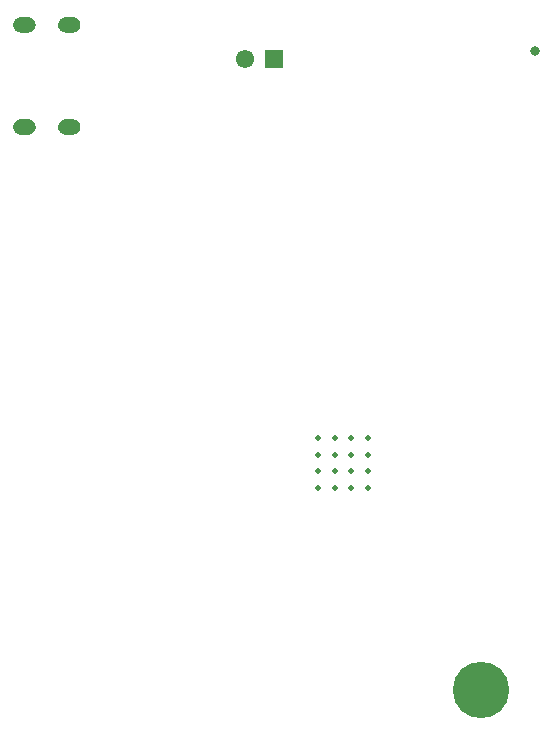
<source format=gbs>
G04*
G04 #@! TF.GenerationSoftware,Altium Limited,Altium Designer,25.8.1 (18)*
G04*
G04 Layer_Color=16711935*
%FSLAX44Y44*%
%MOMM*%
G71*
G04*
G04 #@! TF.SameCoordinates,16AD229D-0A12-456A-95A7-24712EE817D5*
G04*
G04*
G04 #@! TF.FilePolarity,Negative*
G04*
G01*
G75*
%ADD99C,4.7752*%
%ADD100C,1.5500*%
%ADD101R,1.5500X1.5500*%
%ADD102C,0.8382*%
%ADD119C,0.5000*%
G36*
X31970Y505100D02*
X31940Y504760D01*
X31900Y504420D01*
X31840Y504090D01*
X31760Y503760D01*
X31660Y503430D01*
X31550Y503110D01*
X31420Y502800D01*
X31270Y502490D01*
X31110Y502190D01*
X30930Y501900D01*
X30740Y501620D01*
X30530Y501350D01*
X30310Y501090D01*
X30080Y500840D01*
X29830Y500610D01*
X29570Y500390D01*
X29300Y500180D01*
X29020Y499990D01*
X28730Y499810D01*
X28430Y499650D01*
X28120Y499500D01*
X27810Y499370D01*
X27490Y499260D01*
X27160Y499160D01*
X26830Y499080D01*
X26500Y499020D01*
X26160Y498980D01*
X25820Y498950D01*
X25480Y498940D01*
X19480D01*
X19140Y498950D01*
X18800Y498980D01*
X18460Y499020D01*
X18130Y499080D01*
X17800Y499160D01*
X17470Y499260D01*
X17150Y499370D01*
X16840Y499500D01*
X16530Y499650D01*
X16230Y499810D01*
X15940Y499990D01*
X15660Y500180D01*
X15390Y500390D01*
X15130Y500610D01*
X14880Y500840D01*
X14650Y501090D01*
X14430Y501350D01*
X14220Y501620D01*
X14030Y501900D01*
X13850Y502190D01*
X13690Y502490D01*
X13540Y502800D01*
X13410Y503110D01*
X13300Y503430D01*
X13200Y503760D01*
X13120Y504090D01*
X13060Y504420D01*
X13020Y504760D01*
X12990Y505100D01*
X12980Y505440D01*
X12990Y505780D01*
X13020Y506120D01*
X13060Y506460D01*
X13120Y506790D01*
X13200Y507120D01*
X13300Y507450D01*
X13410Y507770D01*
X13540Y508080D01*
X13690Y508390D01*
X13850Y508690D01*
X14030Y508980D01*
X14220Y509260D01*
X14430Y509530D01*
X14650Y509790D01*
X14880Y510040D01*
X15130Y510270D01*
X15390Y510490D01*
X15660Y510700D01*
X15940Y510890D01*
X16230Y511070D01*
X16530Y511230D01*
X16840Y511380D01*
X17150Y511510D01*
X17470Y511620D01*
X17800Y511720D01*
X18130Y511800D01*
X18460Y511860D01*
X18800Y511900D01*
X19140Y511930D01*
X19480Y511940D01*
X25480D01*
X25820Y511930D01*
X26160Y511900D01*
X26500Y511860D01*
X26830Y511800D01*
X27160Y511720D01*
X27490Y511620D01*
X27810Y511510D01*
X28120Y511380D01*
X28430Y511230D01*
X28730Y511070D01*
X29020Y510890D01*
X29300Y510700D01*
X29570Y510490D01*
X29830Y510270D01*
X30080Y510040D01*
X30310Y509790D01*
X30530Y509530D01*
X30740Y509260D01*
X30930Y508980D01*
X31110Y508690D01*
X31270Y508390D01*
X31420Y508080D01*
X31550Y507770D01*
X31660Y507450D01*
X31760Y507120D01*
X31840Y506790D01*
X31900Y506460D01*
X31940Y506120D01*
X31970Y505780D01*
X31980Y505440D01*
X31970Y505100D01*
D02*
G37*
G36*
X69970D02*
X69940Y504760D01*
X69900Y504420D01*
X69840Y504090D01*
X69760Y503760D01*
X69660Y503430D01*
X69550Y503110D01*
X69420Y502800D01*
X69270Y502490D01*
X69110Y502190D01*
X68930Y501900D01*
X68740Y501620D01*
X68530Y501350D01*
X68310Y501090D01*
X68080Y500840D01*
X67830Y500610D01*
X67570Y500390D01*
X67300Y500180D01*
X67020Y499990D01*
X66730Y499810D01*
X66430Y499650D01*
X66120Y499500D01*
X65810Y499370D01*
X65490Y499260D01*
X65160Y499160D01*
X64830Y499080D01*
X64500Y499020D01*
X64160Y498980D01*
X63820Y498950D01*
X63480Y498940D01*
X57480D01*
X57140Y498950D01*
X56800Y498980D01*
X56460Y499020D01*
X56130Y499080D01*
X55800Y499160D01*
X55470Y499260D01*
X55150Y499370D01*
X54840Y499500D01*
X54530Y499650D01*
X54230Y499810D01*
X53940Y499990D01*
X53660Y500180D01*
X53390Y500390D01*
X53130Y500610D01*
X52880Y500840D01*
X52650Y501090D01*
X52430Y501350D01*
X52220Y501620D01*
X52030Y501900D01*
X51850Y502190D01*
X51690Y502490D01*
X51540Y502800D01*
X51410Y503110D01*
X51300Y503430D01*
X51200Y503760D01*
X51120Y504090D01*
X51060Y504420D01*
X51020Y504760D01*
X50990Y505100D01*
X50980Y505440D01*
X50990Y505780D01*
X51020Y506120D01*
X51060Y506460D01*
X51120Y506790D01*
X51200Y507120D01*
X51300Y507450D01*
X51410Y507770D01*
X51540Y508080D01*
X51690Y508390D01*
X51850Y508690D01*
X52030Y508980D01*
X52220Y509260D01*
X52430Y509530D01*
X52650Y509790D01*
X52880Y510040D01*
X53130Y510270D01*
X53390Y510490D01*
X53660Y510700D01*
X53940Y510890D01*
X54230Y511070D01*
X54530Y511230D01*
X54840Y511380D01*
X55150Y511510D01*
X55470Y511620D01*
X55800Y511720D01*
X56130Y511800D01*
X56460Y511860D01*
X56800Y511900D01*
X57140Y511930D01*
X57480Y511940D01*
X63480D01*
X63820Y511930D01*
X64160Y511900D01*
X64500Y511860D01*
X64830Y511800D01*
X65160Y511720D01*
X65490Y511620D01*
X65810Y511510D01*
X66120Y511380D01*
X66430Y511230D01*
X66730Y511070D01*
X67020Y510890D01*
X67300Y510700D01*
X67570Y510490D01*
X67830Y510270D01*
X68080Y510040D01*
X68310Y509790D01*
X68530Y509530D01*
X68740Y509260D01*
X68930Y508980D01*
X69110Y508690D01*
X69270Y508390D01*
X69420Y508080D01*
X69550Y507770D01*
X69660Y507450D01*
X69760Y507120D01*
X69840Y506790D01*
X69900Y506460D01*
X69940Y506120D01*
X69970Y505780D01*
X69980Y505440D01*
X69970Y505100D01*
D02*
G37*
G36*
X31970Y591500D02*
X31940Y591160D01*
X31900Y590820D01*
X31840Y590490D01*
X31760Y590160D01*
X31660Y589830D01*
X31550Y589510D01*
X31420Y589200D01*
X31270Y588890D01*
X31110Y588590D01*
X30930Y588300D01*
X30740Y588020D01*
X30530Y587750D01*
X30310Y587490D01*
X30080Y587240D01*
X29830Y587010D01*
X29570Y586790D01*
X29300Y586580D01*
X29020Y586390D01*
X28730Y586210D01*
X28430Y586050D01*
X28120Y585900D01*
X27810Y585770D01*
X27490Y585660D01*
X27160Y585560D01*
X26830Y585480D01*
X26500Y585420D01*
X26160Y585380D01*
X25820Y585350D01*
X25480Y585340D01*
X19480D01*
X19140Y585350D01*
X18800Y585380D01*
X18460Y585420D01*
X18130Y585480D01*
X17800Y585560D01*
X17470Y585660D01*
X17150Y585770D01*
X16840Y585900D01*
X16530Y586050D01*
X16230Y586210D01*
X15940Y586390D01*
X15660Y586580D01*
X15390Y586790D01*
X15130Y587010D01*
X14880Y587240D01*
X14650Y587490D01*
X14430Y587750D01*
X14220Y588020D01*
X14030Y588300D01*
X13850Y588590D01*
X13690Y588890D01*
X13540Y589200D01*
X13410Y589510D01*
X13300Y589830D01*
X13200Y590160D01*
X13120Y590490D01*
X13060Y590820D01*
X13020Y591160D01*
X12990Y591500D01*
X12980Y591840D01*
X12990Y592180D01*
X13020Y592520D01*
X13060Y592860D01*
X13120Y593190D01*
X13200Y593520D01*
X13300Y593850D01*
X13410Y594170D01*
X13540Y594480D01*
X13690Y594790D01*
X13850Y595090D01*
X14030Y595380D01*
X14220Y595660D01*
X14430Y595930D01*
X14650Y596190D01*
X14880Y596440D01*
X15130Y596670D01*
X15390Y596890D01*
X15660Y597100D01*
X15940Y597290D01*
X16230Y597470D01*
X16530Y597630D01*
X16840Y597780D01*
X17150Y597910D01*
X17470Y598020D01*
X17800Y598120D01*
X18130Y598200D01*
X18460Y598260D01*
X18800Y598300D01*
X19140Y598330D01*
X19480Y598340D01*
X25480D01*
X25820Y598330D01*
X26160Y598300D01*
X26500Y598260D01*
X26830Y598200D01*
X27160Y598120D01*
X27490Y598020D01*
X27810Y597910D01*
X28120Y597780D01*
X28430Y597630D01*
X28730Y597470D01*
X29020Y597290D01*
X29300Y597100D01*
X29570Y596890D01*
X29830Y596670D01*
X30080Y596440D01*
X30310Y596190D01*
X30530Y595930D01*
X30740Y595660D01*
X30930Y595380D01*
X31110Y595090D01*
X31270Y594790D01*
X31420Y594480D01*
X31550Y594170D01*
X31660Y593850D01*
X31760Y593520D01*
X31840Y593190D01*
X31900Y592860D01*
X31940Y592520D01*
X31970Y592180D01*
X31980Y591840D01*
X31970Y591500D01*
D02*
G37*
G36*
X69970D02*
X69940Y591160D01*
X69900Y590820D01*
X69840Y590490D01*
X69760Y590160D01*
X69660Y589830D01*
X69550Y589510D01*
X69420Y589200D01*
X69270Y588890D01*
X69110Y588590D01*
X68930Y588300D01*
X68740Y588020D01*
X68530Y587750D01*
X68310Y587490D01*
X68080Y587240D01*
X67830Y587010D01*
X67570Y586790D01*
X67300Y586580D01*
X67020Y586390D01*
X66730Y586210D01*
X66430Y586050D01*
X66120Y585900D01*
X65810Y585770D01*
X65490Y585660D01*
X65160Y585560D01*
X64830Y585480D01*
X64500Y585420D01*
X64160Y585380D01*
X63820Y585350D01*
X63480Y585340D01*
X57480D01*
X57140Y585350D01*
X56800Y585380D01*
X56460Y585420D01*
X56130Y585480D01*
X55800Y585560D01*
X55470Y585660D01*
X55150Y585770D01*
X54840Y585900D01*
X54530Y586050D01*
X54230Y586210D01*
X53940Y586390D01*
X53660Y586580D01*
X53390Y586790D01*
X53130Y587010D01*
X52880Y587240D01*
X52650Y587490D01*
X52430Y587750D01*
X52220Y588020D01*
X52030Y588300D01*
X51850Y588590D01*
X51690Y588890D01*
X51540Y589200D01*
X51410Y589510D01*
X51300Y589830D01*
X51200Y590160D01*
X51120Y590490D01*
X51060Y590820D01*
X51020Y591160D01*
X50990Y591500D01*
X50980Y591840D01*
X50990Y592180D01*
X51020Y592520D01*
X51060Y592860D01*
X51120Y593190D01*
X51200Y593520D01*
X51300Y593850D01*
X51410Y594170D01*
X51540Y594480D01*
X51690Y594790D01*
X51850Y595090D01*
X52030Y595380D01*
X52220Y595660D01*
X52430Y595930D01*
X52650Y596190D01*
X52880Y596440D01*
X53130Y596670D01*
X53390Y596890D01*
X53660Y597100D01*
X53940Y597290D01*
X54230Y597470D01*
X54530Y597630D01*
X54840Y597780D01*
X55150Y597910D01*
X55470Y598020D01*
X55800Y598120D01*
X56130Y598200D01*
X56460Y598260D01*
X56800Y598300D01*
X57140Y598330D01*
X57480Y598340D01*
X63480D01*
X63820Y598330D01*
X64160Y598300D01*
X64500Y598260D01*
X64830Y598200D01*
X65160Y598120D01*
X65490Y598020D01*
X65810Y597910D01*
X66120Y597780D01*
X66430Y597630D01*
X66730Y597470D01*
X67020Y597290D01*
X67300Y597100D01*
X67570Y596890D01*
X67830Y596670D01*
X68080Y596440D01*
X68310Y596190D01*
X68530Y595930D01*
X68740Y595660D01*
X68930Y595380D01*
X69110Y595090D01*
X69270Y594790D01*
X69420Y594480D01*
X69550Y594170D01*
X69660Y593850D01*
X69760Y593520D01*
X69840Y593190D01*
X69900Y592860D01*
X69940Y592520D01*
X69970Y592180D01*
X69980Y591840D01*
X69970Y591500D01*
D02*
G37*
D99*
X409250Y28500D02*
D03*
D100*
X209228Y562546D02*
D03*
D101*
X234228D02*
D03*
D102*
X454500Y570000D02*
D03*
D119*
X285100Y241980D02*
D03*
X313100D02*
D03*
X299100Y227980D02*
D03*
Y241980D02*
D03*
X313100Y227980D02*
D03*
X285100Y213980D02*
D03*
X271100Y227980D02*
D03*
Y241980D02*
D03*
X285100Y227980D02*
D03*
X271100Y213980D02*
D03*
X313100Y199980D02*
D03*
Y213980D02*
D03*
X299100D02*
D03*
X271100Y199980D02*
D03*
X299100D02*
D03*
X285100D02*
D03*
M02*

</source>
